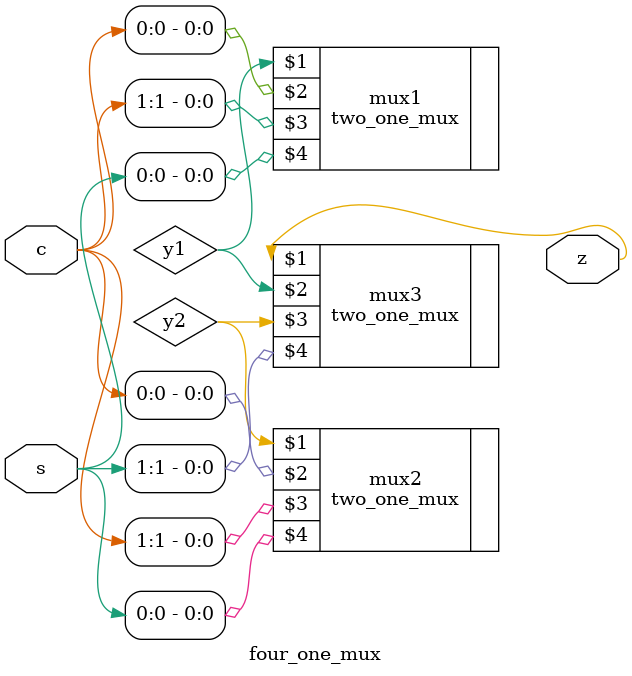
<source format=v>
module four_one_mux(z, c, s);

output z;
input [3:0] c;
input [1:0] s;

wire y1, y2;

two_one_mux mux1(y1, c[0], c[1], s[0]);
two_one_mux mux2(y2, c[0], c[1], s[0]);
two_one_mux mux3(z, y1, y2, s[1]);

endmodule

</source>
